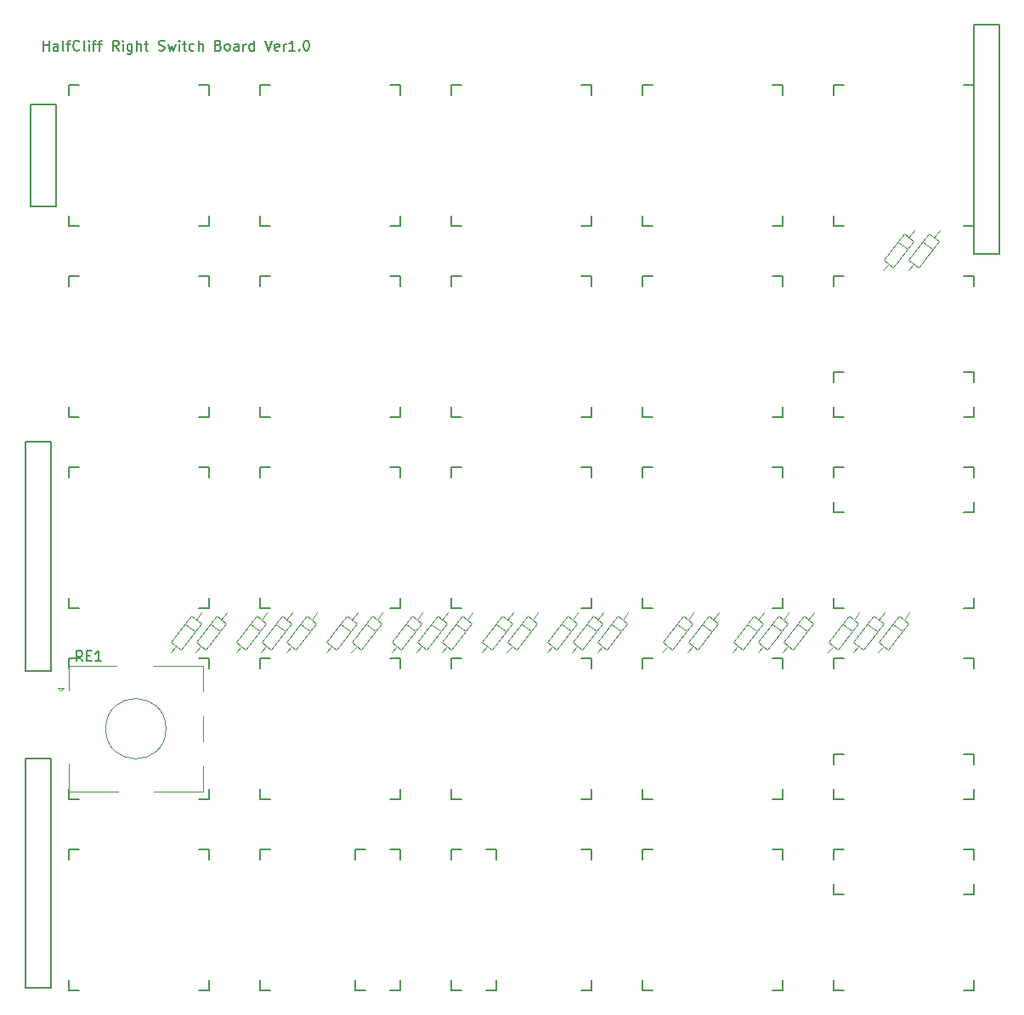
<source format=gto>
G04 #@! TF.GenerationSoftware,KiCad,Pcbnew,(5.1.9)-1*
G04 #@! TF.CreationDate,2021-04-18T15:15:42+09:00*
G04 #@! TF.ProjectId,_____________,f3adfcb9-a4c3-4c12-98e1-a4f3fa7f2e6b,rev?*
G04 #@! TF.SameCoordinates,Original*
G04 #@! TF.FileFunction,Legend,Top*
G04 #@! TF.FilePolarity,Positive*
%FSLAX46Y46*%
G04 Gerber Fmt 4.6, Leading zero omitted, Abs format (unit mm)*
G04 Created by KiCad (PCBNEW (5.1.9)-1) date 2021-04-18 15:15:42*
%MOMM*%
%LPD*%
G01*
G04 APERTURE LIST*
%ADD10C,0.150000*%
%ADD11C,0.120000*%
%ADD12C,4.000000*%
%ADD13C,3.050000*%
%ADD14C,1.700000*%
%ADD15C,1.900000*%
G04 APERTURE END LIST*
D10*
X4761904Y94147619D02*
X4761904Y95147619D01*
X4761904Y94671428D02*
X5333333Y94671428D01*
X5333333Y94147619D02*
X5333333Y95147619D01*
X6238095Y94147619D02*
X6238095Y94671428D01*
X6190476Y94766666D01*
X6095238Y94814285D01*
X5904761Y94814285D01*
X5809523Y94766666D01*
X6238095Y94195238D02*
X6142857Y94147619D01*
X5904761Y94147619D01*
X5809523Y94195238D01*
X5761904Y94290476D01*
X5761904Y94385714D01*
X5809523Y94480952D01*
X5904761Y94528571D01*
X6142857Y94528571D01*
X6238095Y94576190D01*
X6857142Y94147619D02*
X6761904Y94195238D01*
X6714285Y94290476D01*
X6714285Y95147619D01*
X7095238Y94814285D02*
X7476190Y94814285D01*
X7238095Y94147619D02*
X7238095Y95004761D01*
X7285714Y95100000D01*
X7380952Y95147619D01*
X7476190Y95147619D01*
X8380952Y94242857D02*
X8333333Y94195238D01*
X8190476Y94147619D01*
X8095238Y94147619D01*
X7952380Y94195238D01*
X7857142Y94290476D01*
X7809523Y94385714D01*
X7761904Y94576190D01*
X7761904Y94719047D01*
X7809523Y94909523D01*
X7857142Y95004761D01*
X7952380Y95100000D01*
X8095238Y95147619D01*
X8190476Y95147619D01*
X8333333Y95100000D01*
X8380952Y95052380D01*
X8952380Y94147619D02*
X8857142Y94195238D01*
X8809523Y94290476D01*
X8809523Y95147619D01*
X9333333Y94147619D02*
X9333333Y94814285D01*
X9333333Y95147619D02*
X9285714Y95100000D01*
X9333333Y95052380D01*
X9380952Y95100000D01*
X9333333Y95147619D01*
X9333333Y95052380D01*
X9666666Y94814285D02*
X10047619Y94814285D01*
X9809523Y94147619D02*
X9809523Y95004761D01*
X9857142Y95100000D01*
X9952380Y95147619D01*
X10047619Y95147619D01*
X10238095Y94814285D02*
X10619047Y94814285D01*
X10380952Y94147619D02*
X10380952Y95004761D01*
X10428571Y95100000D01*
X10523809Y95147619D01*
X10619047Y95147619D01*
X12285714Y94147619D02*
X11952380Y94623809D01*
X11714285Y94147619D02*
X11714285Y95147619D01*
X12095238Y95147619D01*
X12190476Y95100000D01*
X12238095Y95052380D01*
X12285714Y94957142D01*
X12285714Y94814285D01*
X12238095Y94719047D01*
X12190476Y94671428D01*
X12095238Y94623809D01*
X11714285Y94623809D01*
X12714285Y94147619D02*
X12714285Y94814285D01*
X12714285Y95147619D02*
X12666666Y95100000D01*
X12714285Y95052380D01*
X12761904Y95100000D01*
X12714285Y95147619D01*
X12714285Y95052380D01*
X13619047Y94814285D02*
X13619047Y94004761D01*
X13571428Y93909523D01*
X13523809Y93861904D01*
X13428571Y93814285D01*
X13285714Y93814285D01*
X13190476Y93861904D01*
X13619047Y94195238D02*
X13523809Y94147619D01*
X13333333Y94147619D01*
X13238095Y94195238D01*
X13190476Y94242857D01*
X13142857Y94338095D01*
X13142857Y94623809D01*
X13190476Y94719047D01*
X13238095Y94766666D01*
X13333333Y94814285D01*
X13523809Y94814285D01*
X13619047Y94766666D01*
X14095238Y94147619D02*
X14095238Y95147619D01*
X14523809Y94147619D02*
X14523809Y94671428D01*
X14476190Y94766666D01*
X14380952Y94814285D01*
X14238095Y94814285D01*
X14142857Y94766666D01*
X14095238Y94719047D01*
X14857142Y94814285D02*
X15238095Y94814285D01*
X14999999Y95147619D02*
X14999999Y94290476D01*
X15047619Y94195238D01*
X15142857Y94147619D01*
X15238095Y94147619D01*
X16285714Y94195238D02*
X16428571Y94147619D01*
X16666666Y94147619D01*
X16761904Y94195238D01*
X16809523Y94242857D01*
X16857142Y94338095D01*
X16857142Y94433333D01*
X16809523Y94528571D01*
X16761904Y94576190D01*
X16666666Y94623809D01*
X16476190Y94671428D01*
X16380952Y94719047D01*
X16333333Y94766666D01*
X16285714Y94861904D01*
X16285714Y94957142D01*
X16333333Y95052380D01*
X16380952Y95100000D01*
X16476190Y95147619D01*
X16714285Y95147619D01*
X16857142Y95100000D01*
X17190476Y94814285D02*
X17380952Y94147619D01*
X17571428Y94623809D01*
X17761904Y94147619D01*
X17952380Y94814285D01*
X18333333Y94147619D02*
X18333333Y94814285D01*
X18333333Y95147619D02*
X18285714Y95100000D01*
X18333333Y95052380D01*
X18380952Y95100000D01*
X18333333Y95147619D01*
X18333333Y95052380D01*
X18666666Y94814285D02*
X19047619Y94814285D01*
X18809523Y95147619D02*
X18809523Y94290476D01*
X18857142Y94195238D01*
X18952380Y94147619D01*
X19047619Y94147619D01*
X19809523Y94195238D02*
X19714285Y94147619D01*
X19523809Y94147619D01*
X19428571Y94195238D01*
X19380952Y94242857D01*
X19333333Y94338095D01*
X19333333Y94623809D01*
X19380952Y94719047D01*
X19428571Y94766666D01*
X19523809Y94814285D01*
X19714285Y94814285D01*
X19809523Y94766666D01*
X20238095Y94147619D02*
X20238095Y95147619D01*
X20666666Y94147619D02*
X20666666Y94671428D01*
X20619047Y94766666D01*
X20523809Y94814285D01*
X20380952Y94814285D01*
X20285714Y94766666D01*
X20238095Y94719047D01*
X22238095Y94671428D02*
X22380952Y94623809D01*
X22428571Y94576190D01*
X22476190Y94480952D01*
X22476190Y94338095D01*
X22428571Y94242857D01*
X22380952Y94195238D01*
X22285714Y94147619D01*
X21904761Y94147619D01*
X21904761Y95147619D01*
X22238095Y95147619D01*
X22333333Y95100000D01*
X22380952Y95052380D01*
X22428571Y94957142D01*
X22428571Y94861904D01*
X22380952Y94766666D01*
X22333333Y94719047D01*
X22238095Y94671428D01*
X21904761Y94671428D01*
X23047619Y94147619D02*
X22952380Y94195238D01*
X22904761Y94242857D01*
X22857142Y94338095D01*
X22857142Y94623809D01*
X22904761Y94719047D01*
X22952380Y94766666D01*
X23047619Y94814285D01*
X23190476Y94814285D01*
X23285714Y94766666D01*
X23333333Y94719047D01*
X23380952Y94623809D01*
X23380952Y94338095D01*
X23333333Y94242857D01*
X23285714Y94195238D01*
X23190476Y94147619D01*
X23047619Y94147619D01*
X24238095Y94147619D02*
X24238095Y94671428D01*
X24190476Y94766666D01*
X24095238Y94814285D01*
X23904761Y94814285D01*
X23809523Y94766666D01*
X24238095Y94195238D02*
X24142857Y94147619D01*
X23904761Y94147619D01*
X23809523Y94195238D01*
X23761904Y94290476D01*
X23761904Y94385714D01*
X23809523Y94480952D01*
X23904761Y94528571D01*
X24142857Y94528571D01*
X24238095Y94576190D01*
X24714285Y94147619D02*
X24714285Y94814285D01*
X24714285Y94623809D02*
X24761904Y94719047D01*
X24809523Y94766666D01*
X24904761Y94814285D01*
X24999999Y94814285D01*
X25761904Y94147619D02*
X25761904Y95147619D01*
X25761904Y94195238D02*
X25666666Y94147619D01*
X25476190Y94147619D01*
X25380952Y94195238D01*
X25333333Y94242857D01*
X25285714Y94338095D01*
X25285714Y94623809D01*
X25333333Y94719047D01*
X25380952Y94766666D01*
X25476190Y94814285D01*
X25666666Y94814285D01*
X25761904Y94766666D01*
X26857142Y95147619D02*
X27190476Y94147619D01*
X27523809Y95147619D01*
X28238095Y94195238D02*
X28142857Y94147619D01*
X27952380Y94147619D01*
X27857142Y94195238D01*
X27809523Y94290476D01*
X27809523Y94671428D01*
X27857142Y94766666D01*
X27952380Y94814285D01*
X28142857Y94814285D01*
X28238095Y94766666D01*
X28285714Y94671428D01*
X28285714Y94576190D01*
X27809523Y94480952D01*
X28714285Y94147619D02*
X28714285Y94814285D01*
X28714285Y94623809D02*
X28761904Y94719047D01*
X28809523Y94766666D01*
X28904761Y94814285D01*
X28999999Y94814285D01*
X29857142Y94147619D02*
X29285714Y94147619D01*
X29571428Y94147619D02*
X29571428Y95147619D01*
X29476190Y95004761D01*
X29380952Y94909523D01*
X29285714Y94861904D01*
X30285714Y94242857D02*
X30333333Y94195238D01*
X30285714Y94147619D01*
X30238095Y94195238D01*
X30285714Y94242857D01*
X30285714Y94147619D01*
X30952380Y95147619D02*
X31047619Y95147619D01*
X31142857Y95100000D01*
X31190476Y95052380D01*
X31238095Y94957142D01*
X31285714Y94766666D01*
X31285714Y94528571D01*
X31238095Y94338095D01*
X31190476Y94242857D01*
X31142857Y94195238D01*
X31047619Y94147619D01*
X30952380Y94147619D01*
X30857142Y94195238D01*
X30809523Y94242857D01*
X30761904Y94338095D01*
X30714285Y94528571D01*
X30714285Y94766666D01*
X30761904Y94957142D01*
X30809523Y95052380D01*
X30857142Y95100000D01*
X30952380Y95147619D01*
D11*
X28872986Y36242810D02*
X27927374Y36981604D01*
X27456965Y34430385D02*
X29488648Y37030821D01*
X26511352Y35169179D02*
X27456965Y34430385D01*
X26511352Y35169179D02*
X28543035Y37769615D01*
X26460846Y34129973D02*
X26984159Y34799782D01*
X29488648Y37030821D02*
X28543035Y37769615D01*
X29015841Y37400218D02*
X29569937Y38109427D01*
D10*
X83500000Y61125000D02*
X83500000Y62125000D01*
X83500000Y62125000D02*
X84500000Y62125000D01*
X97500000Y48125000D02*
X97500000Y49125000D01*
X84500000Y48125000D02*
X83500000Y48125000D01*
X83500000Y49125000D02*
X83500000Y48125000D01*
X96500000Y48125000D02*
X97500000Y48125000D01*
X97500000Y61125000D02*
X97500000Y62125000D01*
X97500000Y62125000D02*
X96500000Y62125000D01*
X83500000Y51600000D02*
X83500000Y52600000D01*
X83500000Y52600000D02*
X84500000Y52600000D01*
X96500000Y38600000D02*
X97500000Y38600000D01*
X97500000Y38600000D02*
X97500000Y39600000D01*
X97500000Y51600000D02*
X97500000Y52600000D01*
X97500000Y52600000D02*
X96500000Y52600000D01*
X83500000Y39600000D02*
X83500000Y38600000D01*
X84500000Y38600000D02*
X83500000Y38600000D01*
X83500000Y23025000D02*
X83500000Y24025000D01*
X83500000Y24025000D02*
X84500000Y24025000D01*
X97500000Y10025000D02*
X97500000Y11025000D01*
X84500000Y10025000D02*
X83500000Y10025000D01*
X83500000Y11025000D02*
X83500000Y10025000D01*
X96500000Y10025000D02*
X97500000Y10025000D01*
X97500000Y23025000D02*
X97500000Y24025000D01*
X97500000Y24025000D02*
X96500000Y24025000D01*
X83500000Y13500000D02*
X83500000Y14500000D01*
X83500000Y14500000D02*
X84500000Y14500000D01*
X96500000Y500000D02*
X97500000Y500000D01*
X97500000Y500000D02*
X97500000Y1500000D01*
X97500000Y13500000D02*
X97500000Y14500000D01*
X97500000Y14500000D02*
X96500000Y14500000D01*
X83500000Y1500000D02*
X83500000Y500000D01*
X84500000Y500000D02*
X83500000Y500000D01*
X45400000Y13500000D02*
X45400000Y14500000D01*
X45400000Y14500000D02*
X46400000Y14500000D01*
X59400000Y500000D02*
X59400000Y1500000D01*
X46400000Y500000D02*
X45400000Y500000D01*
X45400000Y1500000D02*
X45400000Y500000D01*
X58400000Y500000D02*
X59400000Y500000D01*
X59400000Y13500000D02*
X59400000Y14500000D01*
X59400000Y14500000D02*
X58400000Y14500000D01*
X35875000Y13500000D02*
X35875000Y14500000D01*
X35875000Y14500000D02*
X36875000Y14500000D01*
X48875000Y500000D02*
X49875000Y500000D01*
X49875000Y500000D02*
X49875000Y1500000D01*
X49875000Y13500000D02*
X49875000Y14500000D01*
X49875000Y14500000D02*
X48875000Y14500000D01*
X35875000Y1500000D02*
X35875000Y500000D01*
X36875000Y500000D02*
X35875000Y500000D01*
X84500000Y57650000D02*
X83500000Y57650000D01*
X83500000Y58650000D02*
X83500000Y57650000D01*
X97500000Y71650000D02*
X96500000Y71650000D01*
X97500000Y70650000D02*
X97500000Y71650000D01*
X97500000Y57650000D02*
X97500000Y58650000D01*
X96500000Y57650000D02*
X97500000Y57650000D01*
X83500000Y71650000D02*
X84500000Y71650000D01*
X83500000Y70650000D02*
X83500000Y71650000D01*
X65450000Y19550000D02*
X64450000Y19550000D01*
X64450000Y20550000D02*
X64450000Y19550000D01*
X78450000Y33550000D02*
X77450000Y33550000D01*
X78450000Y32550000D02*
X78450000Y33550000D01*
X78450000Y19550000D02*
X78450000Y20550000D01*
X77450000Y19550000D02*
X78450000Y19550000D01*
X64450000Y33550000D02*
X65450000Y33550000D01*
X64450000Y32550000D02*
X64450000Y33550000D01*
X84500000Y19550000D02*
X83500000Y19550000D01*
X83500000Y20550000D02*
X83500000Y19550000D01*
X97500000Y33550000D02*
X96500000Y33550000D01*
X97500000Y32550000D02*
X97500000Y33550000D01*
X97500000Y19550000D02*
X97500000Y20550000D01*
X96500000Y19550000D02*
X97500000Y19550000D01*
X83500000Y33550000D02*
X84500000Y33550000D01*
X83500000Y32550000D02*
X83500000Y33550000D01*
D11*
X75872986Y36242810D02*
X74927374Y36981604D01*
X74456965Y34430385D02*
X76488648Y37030821D01*
X73511352Y35169179D02*
X74456965Y34430385D01*
X73511352Y35169179D02*
X75543035Y37769615D01*
X73460846Y34129973D02*
X73984159Y34799782D01*
X76488648Y37030821D02*
X75543035Y37769615D01*
X76015841Y37400218D02*
X76569937Y38109427D01*
D10*
X26350000Y13500000D02*
X26350000Y14500000D01*
X26350000Y14500000D02*
X27350000Y14500000D01*
X39350000Y500000D02*
X40350000Y500000D01*
X40350000Y500000D02*
X40350000Y1500000D01*
X40350000Y13500000D02*
X40350000Y14500000D01*
X40350000Y14500000D02*
X39350000Y14500000D01*
X26350000Y1500000D02*
X26350000Y500000D01*
X27350000Y500000D02*
X26350000Y500000D01*
D11*
X13500000Y26550000D02*
X14500000Y26550000D01*
X14000000Y27050000D02*
X14000000Y26050000D01*
X20700000Y22850000D02*
X20700000Y20250000D01*
X20700000Y27850000D02*
X20700000Y25250000D01*
X20700000Y32850000D02*
X20700000Y30250000D01*
X6800000Y30650000D02*
X6500000Y30350000D01*
X6200000Y30650000D02*
X6800000Y30650000D01*
X6500000Y30350000D02*
X6200000Y30650000D01*
X7300000Y32850000D02*
X7300000Y30350000D01*
X12100000Y32850000D02*
X7300000Y32850000D01*
X7300000Y20250000D02*
X7300000Y23050000D01*
X12200000Y20250000D02*
X7300000Y20250000D01*
X20700000Y20250000D02*
X15800000Y20250000D01*
X15800000Y32850000D02*
X20700000Y32850000D01*
X17000000Y26550000D02*
G75*
G03*
X17000000Y26550000I-3000000J0D01*
G01*
D10*
X7300000Y70650000D02*
X7300000Y71650000D01*
X7300000Y71650000D02*
X8300000Y71650000D01*
X20300000Y57650000D02*
X21300000Y57650000D01*
X21300000Y57650000D02*
X21300000Y58650000D01*
X21300000Y70650000D02*
X21300000Y71650000D01*
X21300000Y71650000D02*
X20300000Y71650000D01*
X7300000Y58650000D02*
X7300000Y57650000D01*
X8300000Y57650000D02*
X7300000Y57650000D01*
X7300000Y13500000D02*
X7300000Y14500000D01*
X7300000Y14500000D02*
X8300000Y14500000D01*
X20300000Y500000D02*
X21300000Y500000D01*
X21300000Y500000D02*
X21300000Y1500000D01*
X21300000Y13500000D02*
X21300000Y14500000D01*
X21300000Y14500000D02*
X20300000Y14500000D01*
X7300000Y1500000D02*
X7300000Y500000D01*
X8300000Y500000D02*
X7300000Y500000D01*
X84500000Y76700000D02*
X83500000Y76700000D01*
X83500000Y77700000D02*
X83500000Y76700000D01*
X97500000Y90700000D02*
X96500000Y90700000D01*
X97500000Y89700000D02*
X97500000Y90700000D01*
X97500000Y76700000D02*
X97500000Y77700000D01*
X96500000Y76700000D02*
X97500000Y76700000D01*
X83500000Y90700000D02*
X84500000Y90700000D01*
X83500000Y89700000D02*
X83500000Y90700000D01*
X6020000Y78645000D02*
X6020000Y88805000D01*
X3480000Y78645000D02*
X3480000Y88805000D01*
X3480000Y88805000D02*
X6020000Y88805000D01*
X6020000Y78645000D02*
X3480000Y78645000D01*
X64450000Y89700000D02*
X64450000Y90700000D01*
X64450000Y90700000D02*
X65450000Y90700000D01*
X77450000Y76700000D02*
X78450000Y76700000D01*
X78450000Y76700000D02*
X78450000Y77700000D01*
X78450000Y89700000D02*
X78450000Y90700000D01*
X78450000Y90700000D02*
X77450000Y90700000D01*
X64450000Y77700000D02*
X64450000Y76700000D01*
X65450000Y76700000D02*
X64450000Y76700000D01*
X65450000Y57650000D02*
X64450000Y57650000D01*
X64450000Y58650000D02*
X64450000Y57650000D01*
X78450000Y71650000D02*
X77450000Y71650000D01*
X78450000Y70650000D02*
X78450000Y71650000D01*
X78450000Y57650000D02*
X78450000Y58650000D01*
X77450000Y57650000D02*
X78450000Y57650000D01*
X64450000Y71650000D02*
X65450000Y71650000D01*
X64450000Y70650000D02*
X64450000Y71650000D01*
X64450000Y51600000D02*
X64450000Y52600000D01*
X64450000Y52600000D02*
X65450000Y52600000D01*
X77450000Y38600000D02*
X78450000Y38600000D01*
X78450000Y38600000D02*
X78450000Y39600000D01*
X78450000Y51600000D02*
X78450000Y52600000D01*
X78450000Y52600000D02*
X77450000Y52600000D01*
X64450000Y39600000D02*
X64450000Y38600000D01*
X65450000Y38600000D02*
X64450000Y38600000D01*
X64450000Y13500000D02*
X64450000Y14500000D01*
X64450000Y14500000D02*
X65450000Y14500000D01*
X77450000Y500000D02*
X78450000Y500000D01*
X78450000Y500000D02*
X78450000Y1500000D01*
X78450000Y13500000D02*
X78450000Y14500000D01*
X78450000Y14500000D02*
X77450000Y14500000D01*
X64450000Y1500000D02*
X64450000Y500000D01*
X65450000Y500000D02*
X64450000Y500000D01*
X45400000Y89700000D02*
X45400000Y90700000D01*
X45400000Y90700000D02*
X46400000Y90700000D01*
X58400000Y76700000D02*
X59400000Y76700000D01*
X59400000Y76700000D02*
X59400000Y77700000D01*
X59400000Y89700000D02*
X59400000Y90700000D01*
X59400000Y90700000D02*
X58400000Y90700000D01*
X45400000Y77700000D02*
X45400000Y76700000D01*
X46400000Y76700000D02*
X45400000Y76700000D01*
X45400000Y70650000D02*
X45400000Y71650000D01*
X45400000Y71650000D02*
X46400000Y71650000D01*
X58400000Y57650000D02*
X59400000Y57650000D01*
X59400000Y57650000D02*
X59400000Y58650000D01*
X59400000Y70650000D02*
X59400000Y71650000D01*
X59400000Y71650000D02*
X58400000Y71650000D01*
X45400000Y58650000D02*
X45400000Y57650000D01*
X46400000Y57650000D02*
X45400000Y57650000D01*
X46400000Y38600000D02*
X45400000Y38600000D01*
X45400000Y39600000D02*
X45400000Y38600000D01*
X59400000Y52600000D02*
X58400000Y52600000D01*
X59400000Y51600000D02*
X59400000Y52600000D01*
X59400000Y38600000D02*
X59400000Y39600000D01*
X58400000Y38600000D02*
X59400000Y38600000D01*
X45400000Y52600000D02*
X46400000Y52600000D01*
X45400000Y51600000D02*
X45400000Y52600000D01*
X45400000Y32550000D02*
X45400000Y33550000D01*
X45400000Y33550000D02*
X46400000Y33550000D01*
X58400000Y19550000D02*
X59400000Y19550000D01*
X59400000Y19550000D02*
X59400000Y20550000D01*
X59400000Y32550000D02*
X59400000Y33550000D01*
X59400000Y33550000D02*
X58400000Y33550000D01*
X45400000Y20550000D02*
X45400000Y19550000D01*
X46400000Y19550000D02*
X45400000Y19550000D01*
X26350000Y89700000D02*
X26350000Y90700000D01*
X26350000Y90700000D02*
X27350000Y90700000D01*
X39350000Y76700000D02*
X40350000Y76700000D01*
X40350000Y76700000D02*
X40350000Y77700000D01*
X40350000Y89700000D02*
X40350000Y90700000D01*
X40350000Y90700000D02*
X39350000Y90700000D01*
X26350000Y77700000D02*
X26350000Y76700000D01*
X27350000Y76700000D02*
X26350000Y76700000D01*
X26350000Y70650000D02*
X26350000Y71650000D01*
X26350000Y71650000D02*
X27350000Y71650000D01*
X39350000Y57650000D02*
X40350000Y57650000D01*
X40350000Y57650000D02*
X40350000Y58650000D01*
X40350000Y70650000D02*
X40350000Y71650000D01*
X40350000Y71650000D02*
X39350000Y71650000D01*
X26350000Y58650000D02*
X26350000Y57650000D01*
X27350000Y57650000D02*
X26350000Y57650000D01*
X27350000Y38600000D02*
X26350000Y38600000D01*
X26350000Y39600000D02*
X26350000Y38600000D01*
X40350000Y52600000D02*
X39350000Y52600000D01*
X40350000Y51600000D02*
X40350000Y52600000D01*
X40350000Y38600000D02*
X40350000Y39600000D01*
X39350000Y38600000D02*
X40350000Y38600000D01*
X26350000Y52600000D02*
X27350000Y52600000D01*
X26350000Y51600000D02*
X26350000Y52600000D01*
X27350000Y19550000D02*
X26350000Y19550000D01*
X26350000Y20550000D02*
X26350000Y19550000D01*
X40350000Y33550000D02*
X39350000Y33550000D01*
X40350000Y32550000D02*
X40350000Y33550000D01*
X40350000Y19550000D02*
X40350000Y20550000D01*
X39350000Y19550000D02*
X40350000Y19550000D01*
X26350000Y33550000D02*
X27350000Y33550000D01*
X26350000Y32550000D02*
X26350000Y33550000D01*
X7300000Y89700000D02*
X7300000Y90700000D01*
X7300000Y90700000D02*
X8300000Y90700000D01*
X20300000Y76700000D02*
X21300000Y76700000D01*
X21300000Y76700000D02*
X21300000Y77700000D01*
X21300000Y89700000D02*
X21300000Y90700000D01*
X21300000Y90700000D02*
X20300000Y90700000D01*
X7300000Y77700000D02*
X7300000Y76700000D01*
X8300000Y76700000D02*
X7300000Y76700000D01*
X8300000Y38600000D02*
X7300000Y38600000D01*
X7300000Y39600000D02*
X7300000Y38600000D01*
X21300000Y52600000D02*
X20300000Y52600000D01*
X21300000Y51600000D02*
X21300000Y52600000D01*
X21300000Y38600000D02*
X21300000Y39600000D01*
X20300000Y38600000D02*
X21300000Y38600000D01*
X7300000Y52600000D02*
X8300000Y52600000D01*
X7300000Y51600000D02*
X7300000Y52600000D01*
X7300000Y32550000D02*
X7300000Y33550000D01*
X7300000Y33550000D02*
X8300000Y33550000D01*
X20300000Y19550000D02*
X21300000Y19550000D01*
X21300000Y19550000D02*
X21300000Y20550000D01*
X21300000Y32550000D02*
X21300000Y33550000D01*
X21300000Y33550000D02*
X20300000Y33550000D01*
X7300000Y20550000D02*
X7300000Y19550000D01*
X8300000Y19550000D02*
X7300000Y19550000D01*
X97460000Y73850000D02*
X97460000Y96710000D01*
X100000000Y73850000D02*
X97460000Y73850000D01*
X100000000Y96710000D02*
X100000000Y73850000D01*
X97460000Y96710000D02*
X100000000Y96710000D01*
D11*
X91015841Y75500218D02*
X91569937Y76209427D01*
X91488648Y75130821D02*
X90543035Y75869615D01*
X88460846Y72229973D02*
X88984159Y72899782D01*
X88511352Y73269179D02*
X90543035Y75869615D01*
X88511352Y73269179D02*
X89456965Y72530385D01*
X89456965Y72530385D02*
X91488648Y75130821D01*
X90872986Y74342810D02*
X89927374Y75081604D01*
X93372986Y74342810D02*
X92427374Y75081604D01*
X91956965Y72530385D02*
X93988648Y75130821D01*
X91011352Y73269179D02*
X91956965Y72530385D01*
X91011352Y73269179D02*
X93043035Y75869615D01*
X90960846Y72229973D02*
X91484159Y72899782D01*
X93988648Y75130821D02*
X93043035Y75869615D01*
X93515841Y75500218D02*
X94069937Y76209427D01*
X90372986Y36242810D02*
X89427374Y36981604D01*
X88956965Y34430385D02*
X90988648Y37030821D01*
X88011352Y35169179D02*
X88956965Y34430385D01*
X88011352Y35169179D02*
X90043035Y37769615D01*
X87960846Y34129973D02*
X88484159Y34799782D01*
X90988648Y37030821D02*
X90043035Y37769615D01*
X90515841Y37400218D02*
X91069937Y38109427D01*
X87872986Y36242810D02*
X86927374Y36981604D01*
X86456965Y34430385D02*
X88488648Y37030821D01*
X85511352Y35169179D02*
X86456965Y34430385D01*
X85511352Y35169179D02*
X87543035Y37769615D01*
X85460846Y34129973D02*
X85984159Y34799782D01*
X88488648Y37030821D02*
X87543035Y37769615D01*
X88015841Y37400218D02*
X88569937Y38109427D01*
X85515841Y37400218D02*
X86069937Y38109427D01*
X85988648Y37030821D02*
X85043035Y37769615D01*
X82960846Y34129973D02*
X83484159Y34799782D01*
X83011352Y35169179D02*
X85043035Y37769615D01*
X83011352Y35169179D02*
X83956965Y34430385D01*
X83956965Y34430385D02*
X85988648Y37030821D01*
X85372986Y36242810D02*
X84427374Y36981604D01*
X80872986Y36242810D02*
X79927374Y36981604D01*
X79456965Y34430385D02*
X81488648Y37030821D01*
X78511352Y35169179D02*
X79456965Y34430385D01*
X78511352Y35169179D02*
X80543035Y37769615D01*
X78460846Y34129973D02*
X78984159Y34799782D01*
X81488648Y37030821D02*
X80543035Y37769615D01*
X81015841Y37400218D02*
X81569937Y38109427D01*
X78372986Y36242810D02*
X77427374Y36981604D01*
X76956965Y34430385D02*
X78988648Y37030821D01*
X76011352Y35169179D02*
X76956965Y34430385D01*
X76011352Y35169179D02*
X78043035Y37769615D01*
X75960846Y34129973D02*
X76484159Y34799782D01*
X78988648Y37030821D02*
X78043035Y37769615D01*
X78515841Y37400218D02*
X79069937Y38109427D01*
X71372986Y36242810D02*
X70427374Y36981604D01*
X69956965Y34430385D02*
X71988648Y37030821D01*
X69011352Y35169179D02*
X69956965Y34430385D01*
X69011352Y35169179D02*
X71043035Y37769615D01*
X68960846Y34129973D02*
X69484159Y34799782D01*
X71988648Y37030821D02*
X71043035Y37769615D01*
X71515841Y37400218D02*
X72069937Y38109427D01*
X68872986Y36242810D02*
X67927374Y36981604D01*
X67456965Y34430385D02*
X69488648Y37030821D01*
X66511352Y35169179D02*
X67456965Y34430385D01*
X66511352Y35169179D02*
X68543035Y37769615D01*
X66460846Y34129973D02*
X66984159Y34799782D01*
X69488648Y37030821D02*
X68543035Y37769615D01*
X69015841Y37400218D02*
X69569937Y38109427D01*
X62515841Y37400218D02*
X63069937Y38109427D01*
X62988648Y37030821D02*
X62043035Y37769615D01*
X59960846Y34129973D02*
X60484159Y34799782D01*
X60011352Y35169179D02*
X62043035Y37769615D01*
X60011352Y35169179D02*
X60956965Y34430385D01*
X60956965Y34430385D02*
X62988648Y37030821D01*
X62372986Y36242810D02*
X61427374Y36981604D01*
X60015841Y37400218D02*
X60569937Y38109427D01*
X60488648Y37030821D02*
X59543035Y37769615D01*
X57460846Y34129973D02*
X57984159Y34799782D01*
X57511352Y35169179D02*
X59543035Y37769615D01*
X57511352Y35169179D02*
X58456965Y34430385D01*
X58456965Y34430385D02*
X60488648Y37030821D01*
X59872986Y36242810D02*
X58927374Y36981604D01*
X57372986Y36242810D02*
X56427374Y36981604D01*
X55956965Y34430385D02*
X57988648Y37030821D01*
X55011352Y35169179D02*
X55956965Y34430385D01*
X55011352Y35169179D02*
X57043035Y37769615D01*
X54960846Y34129973D02*
X55484159Y34799782D01*
X57988648Y37030821D02*
X57043035Y37769615D01*
X57515841Y37400218D02*
X58069937Y38109427D01*
X53515841Y37400218D02*
X54069937Y38109427D01*
X53988648Y37030821D02*
X53043035Y37769615D01*
X50960846Y34129973D02*
X51484159Y34799782D01*
X51011352Y35169179D02*
X53043035Y37769615D01*
X51011352Y35169179D02*
X51956965Y34430385D01*
X51956965Y34430385D02*
X53988648Y37030821D01*
X53372986Y36242810D02*
X52427374Y36981604D01*
X50872986Y36242810D02*
X49927374Y36981604D01*
X49456965Y34430385D02*
X51488648Y37030821D01*
X48511352Y35169179D02*
X49456965Y34430385D01*
X48511352Y35169179D02*
X50543035Y37769615D01*
X48460846Y34129973D02*
X48984159Y34799782D01*
X51488648Y37030821D02*
X50543035Y37769615D01*
X51015841Y37400218D02*
X51569937Y38109427D01*
X47015841Y37400218D02*
X47569937Y38109427D01*
X47488648Y37030821D02*
X46543035Y37769615D01*
X44460846Y34129973D02*
X44984159Y34799782D01*
X44511352Y35169179D02*
X46543035Y37769615D01*
X44511352Y35169179D02*
X45456965Y34430385D01*
X45456965Y34430385D02*
X47488648Y37030821D01*
X46872986Y36242810D02*
X45927374Y36981604D01*
X44372986Y36242810D02*
X43427374Y36981604D01*
X42956965Y34430385D02*
X44988648Y37030821D01*
X42011352Y35169179D02*
X42956965Y34430385D01*
X42011352Y35169179D02*
X44043035Y37769615D01*
X41960846Y34129973D02*
X42484159Y34799782D01*
X44988648Y37030821D02*
X44043035Y37769615D01*
X44515841Y37400218D02*
X45069937Y38109427D01*
X42015841Y37400218D02*
X42569937Y38109427D01*
X42488648Y37030821D02*
X41543035Y37769615D01*
X39460846Y34129973D02*
X39984159Y34799782D01*
X39511352Y35169179D02*
X41543035Y37769615D01*
X39511352Y35169179D02*
X40456965Y34430385D01*
X40456965Y34430385D02*
X42488648Y37030821D01*
X41872986Y36242810D02*
X40927374Y36981604D01*
X35515841Y37400218D02*
X36069937Y38109427D01*
X35988648Y37030821D02*
X35043035Y37769615D01*
X32960846Y34129973D02*
X33484159Y34799782D01*
X33011352Y35169179D02*
X35043035Y37769615D01*
X33011352Y35169179D02*
X33956965Y34430385D01*
X33956965Y34430385D02*
X35988648Y37030821D01*
X35372986Y36242810D02*
X34427374Y36981604D01*
X37872986Y36242810D02*
X36927374Y36981604D01*
X36456965Y34430385D02*
X38488648Y37030821D01*
X35511352Y35169179D02*
X36456965Y34430385D01*
X35511352Y35169179D02*
X37543035Y37769615D01*
X35460846Y34129973D02*
X35984159Y34799782D01*
X38488648Y37030821D02*
X37543035Y37769615D01*
X38015841Y37400218D02*
X38569937Y38109427D01*
X31372986Y36242810D02*
X30427374Y36981604D01*
X29956965Y34430385D02*
X31988648Y37030821D01*
X29011352Y35169179D02*
X29956965Y34430385D01*
X29011352Y35169179D02*
X31043035Y37769615D01*
X28960846Y34129973D02*
X29484159Y34799782D01*
X31988648Y37030821D02*
X31043035Y37769615D01*
X31515841Y37400218D02*
X32069937Y38109427D01*
X26515841Y37400218D02*
X27069937Y38109427D01*
X26988648Y37030821D02*
X26043035Y37769615D01*
X23960846Y34129973D02*
X24484159Y34799782D01*
X24011352Y35169179D02*
X26043035Y37769615D01*
X24011352Y35169179D02*
X24956965Y34430385D01*
X24956965Y34430385D02*
X26988648Y37030821D01*
X26372986Y36242810D02*
X25427374Y36981604D01*
X20015841Y37400218D02*
X20569937Y38109427D01*
X20488648Y37030821D02*
X19543035Y37769615D01*
X17460846Y34129973D02*
X17984159Y34799782D01*
X17511352Y35169179D02*
X19543035Y37769615D01*
X17511352Y35169179D02*
X18456965Y34430385D01*
X18456965Y34430385D02*
X20488648Y37030821D01*
X19872986Y36242810D02*
X18927374Y36981604D01*
X22515841Y37400218D02*
X23069937Y38109427D01*
X22988648Y37030821D02*
X22043035Y37769615D01*
X19960846Y34129973D02*
X20484159Y34799782D01*
X20011352Y35169179D02*
X22043035Y37769615D01*
X20011352Y35169179D02*
X20956965Y34430385D01*
X20956965Y34430385D02*
X22988648Y37030821D01*
X22372986Y36242810D02*
X21427374Y36981604D01*
D10*
X2970000Y32330000D02*
X2970000Y55190000D01*
X5510000Y32330000D02*
X2970000Y32330000D01*
X5510000Y55190000D02*
X5510000Y32330000D01*
X2970000Y55190000D02*
X5510000Y55190000D01*
X2970000Y23590000D02*
X5510000Y23590000D01*
X5510000Y23590000D02*
X5510000Y730000D01*
X5510000Y730000D02*
X2970000Y730000D01*
X2970000Y730000D02*
X2970000Y23590000D01*
X8680952Y33297619D02*
X8347619Y33773809D01*
X8109523Y33297619D02*
X8109523Y34297619D01*
X8490476Y34297619D01*
X8585714Y34250000D01*
X8633333Y34202380D01*
X8680952Y34107142D01*
X8680952Y33964285D01*
X8633333Y33869047D01*
X8585714Y33821428D01*
X8490476Y33773809D01*
X8109523Y33773809D01*
X9109523Y33821428D02*
X9442857Y33821428D01*
X9585714Y33297619D02*
X9109523Y33297619D01*
X9109523Y34297619D01*
X9585714Y34297619D01*
X10538095Y33297619D02*
X9966666Y33297619D01*
X10252380Y33297619D02*
X10252380Y34297619D01*
X10157142Y34154761D01*
X10061904Y34059523D01*
X9966666Y34011904D01*
%LPC*%
D12*
X82260000Y67025000D03*
D13*
X97500000Y67025000D03*
X97500000Y43225000D03*
D12*
X82260000Y43225000D03*
D14*
X85420000Y55125000D03*
X95580000Y55125000D03*
D15*
X96000000Y55125000D03*
D12*
X90500000Y55125000D03*
D15*
X85000000Y55125000D03*
D14*
X85420000Y45600000D03*
X95580000Y45600000D03*
D15*
X96000000Y45600000D03*
X85000000Y45600000D03*
D12*
X90500000Y45600000D03*
X82260000Y28925000D03*
D13*
X97500000Y28925000D03*
X97500000Y5125000D03*
D12*
X82260000Y5125000D03*
D14*
X85420000Y17025000D03*
X95580000Y17025000D03*
D15*
X96000000Y17025000D03*
D12*
X90500000Y17025000D03*
D15*
X85000000Y17025000D03*
D14*
X85420000Y7500000D03*
X95580000Y7500000D03*
D15*
X96000000Y7500000D03*
X85000000Y7500000D03*
D12*
X90500000Y7500000D03*
X54775000Y15740000D03*
D13*
X54775000Y500000D03*
X30975000Y500000D03*
D12*
X30975000Y15740000D03*
D14*
X47320000Y7500000D03*
X57480000Y7500000D03*
D15*
X57900000Y7500000D03*
D12*
X52400000Y7500000D03*
D15*
X46900000Y7500000D03*
D14*
X37795000Y7500000D03*
X47955000Y7500000D03*
D15*
X48375000Y7500000D03*
X37375000Y7500000D03*
D12*
X42875000Y7500000D03*
D14*
X85420000Y64650000D03*
X95580000Y64650000D03*
D15*
X96000000Y64650000D03*
X85000000Y64650000D03*
D12*
X90500000Y64650000D03*
X71450000Y26550000D03*
D15*
X65950000Y26550000D03*
X76950000Y26550000D03*
D14*
X76530000Y26550000D03*
X66370000Y26550000D03*
X85420000Y26550000D03*
X95580000Y26550000D03*
D15*
X96000000Y26550000D03*
X85000000Y26550000D03*
D12*
X90500000Y26550000D03*
D14*
X28270000Y7500000D03*
X38430000Y7500000D03*
D15*
X38850000Y7500000D03*
X27850000Y7500000D03*
D12*
X33350000Y7500000D03*
D14*
X9220000Y64650000D03*
X19380000Y64650000D03*
D15*
X19800000Y64650000D03*
X8800000Y64650000D03*
D12*
X14300000Y64650000D03*
D14*
X9220000Y7500000D03*
X19380000Y7500000D03*
D15*
X19800000Y7500000D03*
X8800000Y7500000D03*
D12*
X14300000Y7500000D03*
D14*
X85420000Y83700000D03*
X95580000Y83700000D03*
D15*
X96000000Y83700000D03*
X85000000Y83700000D03*
D12*
X90500000Y83700000D03*
D14*
X66370000Y83700000D03*
X76530000Y83700000D03*
D15*
X76950000Y83700000D03*
X65950000Y83700000D03*
D12*
X71450000Y83700000D03*
X71450000Y64650000D03*
D15*
X65950000Y64650000D03*
X76950000Y64650000D03*
D14*
X76530000Y64650000D03*
X66370000Y64650000D03*
X66370000Y45600000D03*
X76530000Y45600000D03*
D15*
X76950000Y45600000D03*
X65950000Y45600000D03*
D12*
X71450000Y45600000D03*
D14*
X66370000Y7500000D03*
X76530000Y7500000D03*
D15*
X76950000Y7500000D03*
X65950000Y7500000D03*
D12*
X71450000Y7500000D03*
D14*
X47320000Y83700000D03*
X57480000Y83700000D03*
D15*
X57900000Y83700000D03*
X46900000Y83700000D03*
D12*
X52400000Y83700000D03*
D14*
X47320000Y64650000D03*
X57480000Y64650000D03*
D15*
X57900000Y64650000D03*
X46900000Y64650000D03*
D12*
X52400000Y64650000D03*
X52400000Y45600000D03*
D15*
X46900000Y45600000D03*
X57900000Y45600000D03*
D14*
X57480000Y45600000D03*
X47320000Y45600000D03*
X47320000Y26550000D03*
X57480000Y26550000D03*
D15*
X57900000Y26550000D03*
X46900000Y26550000D03*
D12*
X52400000Y26550000D03*
D14*
X28270000Y83700000D03*
X38430000Y83700000D03*
D15*
X38850000Y83700000D03*
X27850000Y83700000D03*
D12*
X33350000Y83700000D03*
D14*
X28270000Y64650000D03*
X38430000Y64650000D03*
D15*
X38850000Y64650000D03*
X27850000Y64650000D03*
D12*
X33350000Y64650000D03*
X33350000Y45600000D03*
D15*
X27850000Y45600000D03*
X38850000Y45600000D03*
D14*
X38430000Y45600000D03*
X28270000Y45600000D03*
D12*
X33350000Y26550000D03*
D15*
X27850000Y26550000D03*
X38850000Y26550000D03*
D14*
X38430000Y26550000D03*
X28270000Y26550000D03*
X9220000Y83700000D03*
X19380000Y83700000D03*
D15*
X19800000Y83700000D03*
X8800000Y83700000D03*
D12*
X14300000Y83700000D03*
X14300000Y45600000D03*
D15*
X8800000Y45600000D03*
X19800000Y45600000D03*
D14*
X19380000Y45600000D03*
X9220000Y45600000D03*
X9220000Y26550000D03*
X19380000Y26550000D03*
D15*
X19800000Y26550000D03*
X8800000Y26550000D03*
D12*
X14300000Y26550000D03*
M02*

</source>
